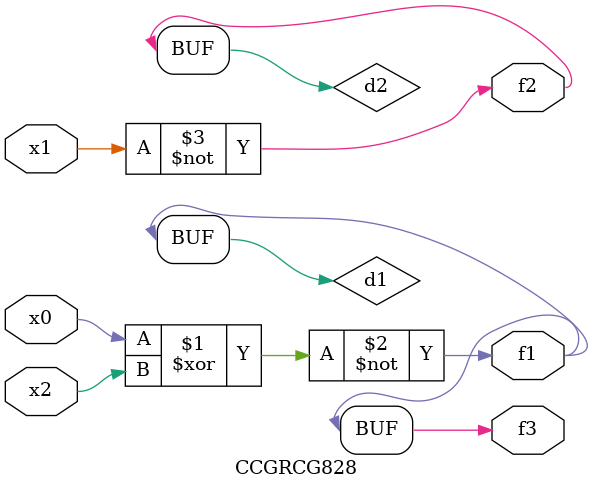
<source format=v>
module CCGRCG828(
	input x0, x1, x2,
	output f1, f2, f3
);

	wire d1, d2, d3;

	xnor (d1, x0, x2);
	nand (d2, x1);
	nor (d3, x1, x2);
	assign f1 = d1;
	assign f2 = d2;
	assign f3 = d1;
endmodule

</source>
